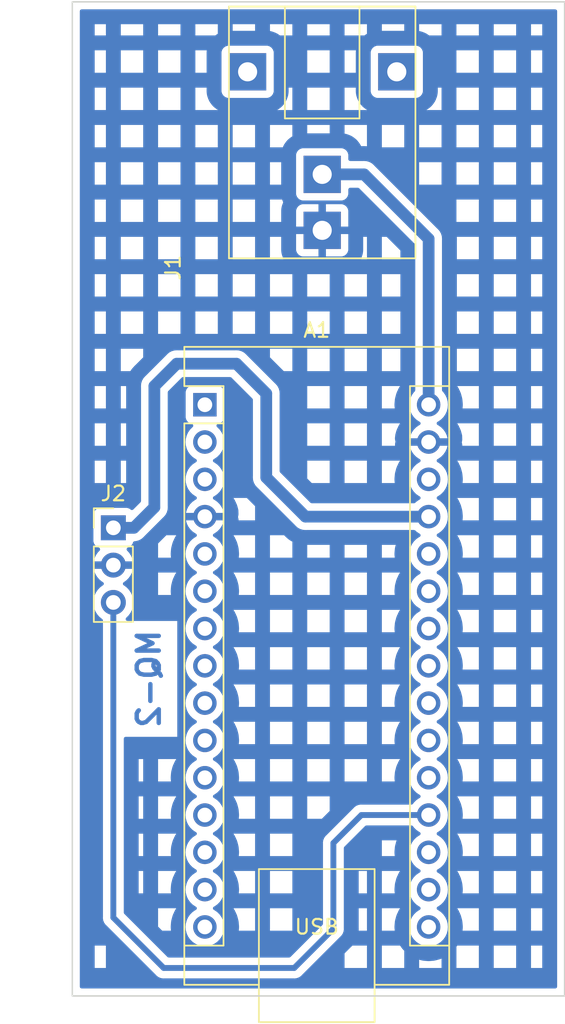
<source format=kicad_pcb>
(kicad_pcb (version 20211014) (generator pcbnew)
  (layers (0 "F.Cu" signal) (31 "B.Cu" signal) (34 "B.Paste" user) (35 "F.Paste" user) (36 "B.SilkS" user "B.Silkscreen") (37 "F.SilkS" user "F.Silkscreen") (38 "B.Mask" user) (39 "F.Mask" user) (44 "Edge.Cuts" user))
  (net 0 "")
  (net 4 "GND")
  (net 5 "Signal")
  (net 17 "+3.3V")
  (net 27 "+5V")
  (net 29 "+12V")
  (footprint "Connector_PinHeader_2.54mm:PinHeader_1x03_P2.54mm_Vertical" (layer "F.Cu") (at 85.217 75.311)
    (fp_text reference "J2" (at 0 -2.33) (layer "F.SilkS"))
    (fp_text value "Conn_01x03_Female")
    (fp_line (start 1.33 1.27) (end 1.33 6.41) (layer "F.SilkS") (width 0.12))
    (fp_line (start -1.33 0) (end -1.33 -1.33) (layer "F.SilkS") (width 0.12))
    (fp_line (start -1.33 1.27) (end -1.33 6.41) (layer "F.SilkS") (width 0.12))
    (fp_line (start -1.33 -1.33) (end 0 -1.33) (layer "F.SilkS") (width 0.12))
    (fp_line (start -1.33 1.27) (end 1.33 1.27) (layer "F.SilkS") (width 0.12))
    (fp_line (start -1.33 6.41) (end 1.33 6.41) (layer "F.SilkS") (width 0.12))
    (pad "1" thru_hole rect (at 0 0) (size 1.7 1.7) (drill 1) (layers *.Cu *.Mask) (net 27 "+5V"))
    (pad "2" thru_hole oval (at 0 2.54) (size 1.7 1.7) (drill 1) (layers *.Cu *.Mask) (net 4 "GND"))
    (pad "3" thru_hole oval (at 0 5.08) (size 1.7 1.7) (drill 1) (layers *.Cu *.Mask) (net 5 "Signal"))
  )
  (footprint "Module:Arduino_Nano" (layer "F.Cu") (at 91.45 66.929)
    (fp_text reference "A1" (at 7.62 -5.08) (layer "F.SilkS"))
    (fp_text value "Arduino_Nano_v3.x")
    (fp_text user "USB" (at 7.62 35.56 unlocked) (layer "F.SilkS"))
    (fp_line (start 16.64 39.5) (end 16.64 -3.94) (layer "F.SilkS") (width 0.12))
    (fp_line (start -1.4 -3.94) (end -1.4 -1.27) (layer "F.SilkS") (width 0.12))
    (fp_line (start 13.97 -1.27) (end 13.97 36.83) (layer "F.SilkS") (width 0.12))
    (fp_line (start 13.97 -1.27) (end 16.64 -1.27) (layer "F.SilkS") (width 0.12))
    (fp_line (start 3.68 31.62) (end 11.56 31.62) (layer "F.SilkS") (width 0.12))
    (fp_line (start 16.64 -3.94) (end -1.4 -3.94) (layer "F.SilkS") (width 0.12))
    (fp_line (start 16.64 39.5) (end 11.56 39.5) (layer "F.SilkS") (width 0.12))
    (fp_line (start 1.27 1.27) (end 1.27 -1.27) (layer "F.SilkS") (width 0.12))
    (fp_line (start 3.68 42.04) (end 3.68 31.62) (layer "F.SilkS") (width 0.12))
    (fp_line (start 1.27 1.27) (end 1.27 36.83) (layer "F.SilkS") (width 0.12))
    (fp_line (start -1.4 39.5) (end 3.68 39.5) (layer "F.SilkS") (width 0.12))
    (fp_line (start 1.27 1.27) (end -1.4 1.27) (layer "F.SilkS") (width 0.12))
    (fp_line (start 13.97 36.83) (end 16.64 36.83) (layer "F.SilkS") (width 0.12))
    (fp_line (start 1.27 -1.27) (end -1.4 -1.27) (layer "F.SilkS") (width 0.12))
    (fp_line (start 11.56 42.04) (end 3.68 42.04) (layer "F.SilkS") (width 0.12))
    (fp_line (start 1.27 36.83) (end -1.4 36.83) (layer "F.SilkS") (width 0.12))
    (fp_line (start 11.56 31.62) (end 11.56 42.04) (layer "F.SilkS") (width 0.12))
    (fp_line (start -1.4 1.27) (end -1.4 39.5) (layer "F.SilkS") (width 0.12))
    (pad "1" thru_hole rect (at 0 0) (size 1.6 1.6) (drill 1) (layers *.Cu *.Mask))
    (pad "2" thru_hole oval (at 0 2.54) (size 1.6 1.6) (drill 1) (layers *.Cu *.Mask))
    (pad "3" thru_hole oval (at 0 5.08) (size 1.6 1.6) (drill 1) (layers *.Cu *.Mask))
    (pad "4" thru_hole oval (at 0 7.62) (size 1.6 1.6) (drill 1) (layers *.Cu *.Mask) (net 4 "GND"))
    (pad "5" thru_hole oval (at 0 10.16) (size 1.6 1.6) (drill 1) (layers *.Cu *.Mask))
    (pad "6" thru_hole oval (at 0 12.7) (size 1.6 1.6) (drill 1) (layers *.Cu *.Mask))
    (pad "7" thru_hole oval (at 0 15.24) (size 1.6 1.6) (drill 1) (layers *.Cu *.Mask))
    (pad "8" thru_hole oval (at 0 17.78) (size 1.6 1.6) (drill 1) (layers *.Cu *.Mask))
    (pad "9" thru_hole oval (at 0 20.32) (size 1.6 1.6) (drill 1) (layers *.Cu *.Mask))
    (pad "10" thru_hole oval (at 0 22.86) (size 1.6 1.6) (drill 1) (layers *.Cu *.Mask))
    (pad "11" thru_hole oval (at 0 25.4) (size 1.6 1.6) (drill 1) (layers *.Cu *.Mask))
    (pad "12" thru_hole oval (at 0 27.94) (size 1.6 1.6) (drill 1) (layers *.Cu *.Mask))
    (pad "13" thru_hole oval (at 0 30.48) (size 1.6 1.6) (drill 1) (layers *.Cu *.Mask))
    (pad "14" thru_hole oval (at 0 33.02) (size 1.6 1.6) (drill 1) (layers *.Cu *.Mask))
    (pad "15" thru_hole oval (at 0 35.56) (size 1.6 1.6) (drill 1) (layers *.Cu *.Mask))
    (pad "16" thru_hole oval (at 15.24 35.56) (size 1.6 1.6) (drill 1) (layers *.Cu *.Mask))
    (pad "17" thru_hole oval (at 15.24 33.02) (size 1.6 1.6) (drill 1) (layers *.Cu *.Mask) (net 17 "+3.3V"))
    (pad "18" thru_hole oval (at 15.24 30.48) (size 1.6 1.6) (drill 1) (layers *.Cu *.Mask))
    (pad "19" thru_hole oval (at 15.24 27.94) (size 1.6 1.6) (drill 1) (layers *.Cu *.Mask) (net 5 "Signal"))
    (pad "20" thru_hole oval (at 15.24 25.4) (size 1.6 1.6) (drill 1) (layers *.Cu *.Mask))
    (pad "21" thru_hole oval (at 15.24 22.86) (size 1.6 1.6) (drill 1) (layers *.Cu *.Mask))
    (pad "22" thru_hole oval (at 15.24 20.32) (size 1.6 1.6) (drill 1) (layers *.Cu *.Mask))
    (pad "23" thru_hole oval (at 15.24 17.78) (size 1.6 1.6) (drill 1) (layers *.Cu *.Mask))
    (pad "24" thru_hole oval (at 15.24 15.24) (size 1.6 1.6) (drill 1) (layers *.Cu *.Mask))
    (pad "25" thru_hole oval (at 15.24 12.7) (size 1.6 1.6) (drill 1) (layers *.Cu *.Mask))
    (pad "26" thru_hole oval (at 15.24 10.16) (size 1.6 1.6) (drill 1) (layers *.Cu *.Mask))
    (pad "27" thru_hole oval (at 15.24 7.62) (size 1.6 1.6) (drill 1) (layers *.Cu *.Mask) (net 27 "+5V"))
    (pad "28" thru_hole oval (at 15.24 5.08) (size 1.6 1.6) (drill 1) (layers *.Cu *.Mask))
    (pad "29" thru_hole oval (at 15.24 2.54) (size 1.6 1.6) (drill 1) (layers *.Cu *.Mask) (net 4 "GND"))
    (pad "30" thru_hole oval (at 15.24 0) (size 1.6 1.6) (drill 1) (layers *.Cu *.Mask) (net 29 "+12V"))
  )
  (footprint "Versorgung:Typ1" (layer "F.Cu") (at 99.441 55.0545 90)
    (fp_text reference "J1" (at -2.54 -10.16 90 unlocked) (layer "F.SilkS"))
    (fp_text value "Conn_01x02_Female")
    (fp_line (start 15.24 6.35) (end -1.905 6.35) (layer "F.SilkS") (width 0.12))
    (fp_line (start 7.62 2.54) (end 15.24 2.54) (layer "F.SilkS") (width 0.12))
    (fp_line (start -1.905 -6.35) (end 15.24 -6.35) (layer "F.SilkS") (width 0.12))
    (fp_line (start -1.905 0) (end -1.905 -6.35) (layer "F.SilkS") (width 0.12))
    (fp_line (start 7.62 -2.54) (end 7.62 2.54) (layer "F.SilkS") (width 0.12))
    (fp_line (start 15.24 -6.35) (end 15.24 6.35) (layer "F.SilkS") (width 0.12))
    (fp_line (start 15.24 -2.54) (end 7.62 -2.54) (layer "F.SilkS") (width 0.12))
    (fp_line (start -1.905 6.35) (end -1.905 0) (layer "F.SilkS") (width 0.12))
    (pad "1" thru_hole rect (at 0 0 90) (size 2.54 2.54) (drill 1.3) (layers *.Cu *.Mask) (net 4 "GND"))
    (pad "2" thru_hole rect (at 3.81 0 90) (size 2.54 2.54) (drill 1.3) (layers *.Cu *.Mask) (net 29 "+12V"))
    (pad "3" thru_hole rect (at 10.795 5.08 90) (size 2.54 2.54) (drill 1.3) (layers *.Cu *.Mask))
    (pad "4" thru_hole rect (at 10.795 -5.08 90) (size 2.54 2.54) (drill 1.3) (layers *.Cu *.Mask))
  )
  (gr_rect (start 82.423 39.497) (end 115.951 107.188) (layer "Edge.Cuts") (width 0.1) (fill none))
  (gr_text "MQ-2" (at 87.63 85.598 90) (layer "B.Cu") (effects (font (size 1.5 1.5) (thickness 0.3)) (justify mirror)))
  (segment (start 100.203 102.616) (end 100.203 96.774) (width 0.4) (layer "B.Cu") (net 5))
  (segment (start 100.203 96.774) (end 102.108 94.869) (width 0.4) (layer "B.Cu") (net 5))
  (segment (start 88.646 105.283) (end 97.536 105.283) (width 0.4) (layer "B.Cu") (net 5))
  (segment (start 97.536 105.283) (end 100.203 102.616) (width 0.4) (layer "B.Cu") (net 5))
  (segment (start 85.217 80.391) (end 85.217 101.854) (width 0.4) (layer "B.Cu") (net 5))
  (segment (start 102.108 94.869) (end 106.69 94.869) (width 0.4) (layer "B.Cu") (net 5))
  (segment (start 85.217 101.854) (end 88.646 105.283) (width 0.4) (layer "B.Cu") (net 5))
  (segment (start 95.631 66.167) (end 93.599 64.135) (width 0.8) (layer "B.Cu") (net 27))
  (segment (start 95.631 71.882) (end 95.631 66.167) (width 0.8) (layer "B.Cu") (net 27))
  (segment (start 89.535 64.135) (end 88.011 65.659) (width 0.8) (layer "B.Cu") (net 27))
  (segment (start 86.614 75.311) (end 85.217 75.311) (width 0.8) (layer "B.Cu") (net 27))
  (segment (start 88.011 65.659) (end 88.011 73.914) (width 0.8) (layer "B.Cu") (net 27))
  (segment (start 106.69 74.549) (end 98.298 74.549) (width 0.8) (layer "B.Cu") (net 27))
  (segment (start 98.298 74.549) (end 95.631 71.882) (width 0.8) (layer "B.Cu") (net 27))
  (segment (start 88.011 73.914) (end 86.614 75.311) (width 0.8) (layer "B.Cu") (net 27))
  (segment (start 93.599 64.135) (end 89.535 64.135) (width 0.8) (layer "B.Cu") (net 27))
  (segment (start 106.69 66.929) (end 106.69 55.636) (width 0.8) (layer "B.Cu") (net 29))
  (segment (start 106.69 55.636) (end 102.2985 51.2445) (width 0.8) (layer "B.Cu") (net 29))
  (segment (start 99.441 51.2445) (end 102.2985 51.2445) (width 0.8) (layer "B.Cu") (net 29))
  (zone (net 4) (net_name "GND") (layer "B.Cu") (name "GND") (connect_pads (clearance 0.508)) (min_thickness 0.254) (fill yes (mode hatch) (thermal_gap 0.508) (thermal_bridge_width 0.508) (hatch_thickness 1.016) (hatch_gap 1.524) (hatch_orientation 0) (hatch_border_algorithm hatch_thickness) (hatch_min_hole_area 0.3))
    (polygon (pts (xy 115.951 106.934) (xy 82.423 107.061) (xy 82.423 39.37) (xy 115.951 39.37)))
  )
)
</source>
